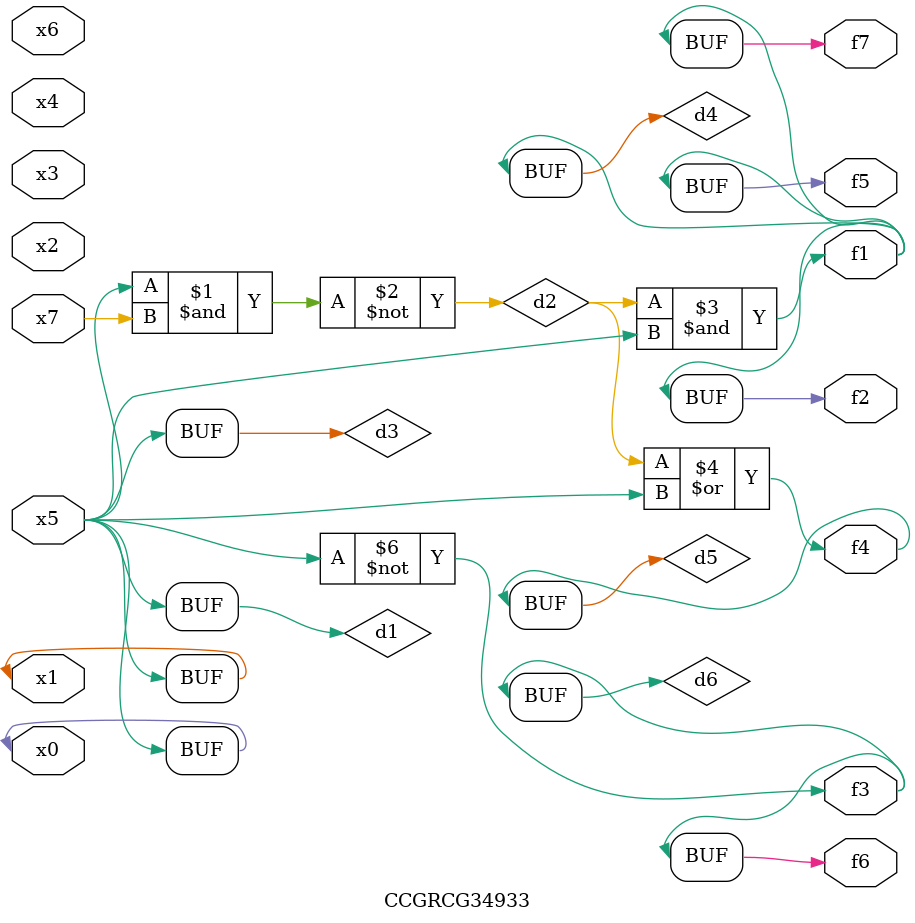
<source format=v>
module CCGRCG34933(
	input x0, x1, x2, x3, x4, x5, x6, x7,
	output f1, f2, f3, f4, f5, f6, f7
);

	wire d1, d2, d3, d4, d5, d6;

	buf (d1, x0, x5);
	nand (d2, x5, x7);
	buf (d3, x0, x1);
	and (d4, d2, d3);
	or (d5, d2, d3);
	nor (d6, d1, d3);
	assign f1 = d4;
	assign f2 = d4;
	assign f3 = d6;
	assign f4 = d5;
	assign f5 = d4;
	assign f6 = d6;
	assign f7 = d4;
endmodule

</source>
